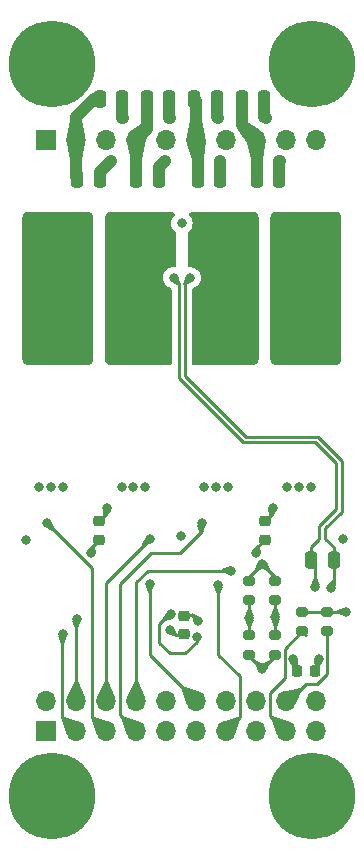
<source format=gbr>
%TF.GenerationSoftware,KiCad,Pcbnew,7.0.9*%
%TF.CreationDate,2024-02-15T22:31:25-05:00*%
%TF.ProjectId,pbm_driver4,70626d5f-6472-4697-9665-72342e6b6963,rev?*%
%TF.SameCoordinates,PX2625a0PY53ec60*%
%TF.FileFunction,Copper,L4,Bot*%
%TF.FilePolarity,Positive*%
%FSLAX46Y46*%
G04 Gerber Fmt 4.6, Leading zero omitted, Abs format (unit mm)*
G04 Created by KiCad (PCBNEW 7.0.9) date 2024-02-15 22:31:25*
%MOMM*%
%LPD*%
G01*
G04 APERTURE LIST*
G04 Aperture macros list*
%AMRoundRect*
0 Rectangle with rounded corners*
0 $1 Rounding radius*
0 $2 $3 $4 $5 $6 $7 $8 $9 X,Y pos of 4 corners*
0 Add a 4 corners polygon primitive as box body*
4,1,4,$2,$3,$4,$5,$6,$7,$8,$9,$2,$3,0*
0 Add four circle primitives for the rounded corners*
1,1,$1+$1,$2,$3*
1,1,$1+$1,$4,$5*
1,1,$1+$1,$6,$7*
1,1,$1+$1,$8,$9*
0 Add four rect primitives between the rounded corners*
20,1,$1+$1,$2,$3,$4,$5,0*
20,1,$1+$1,$4,$5,$6,$7,0*
20,1,$1+$1,$6,$7,$8,$9,0*
20,1,$1+$1,$8,$9,$2,$3,0*%
G04 Aperture macros list end*
%TA.AperFunction,ComponentPad*%
%ADD10R,1.700000X1.700000*%
%TD*%
%TA.AperFunction,ComponentPad*%
%ADD11O,1.700000X1.700000*%
%TD*%
%TA.AperFunction,SMDPad,CuDef*%
%ADD12RoundRect,0.200000X0.275000X-0.200000X0.275000X0.200000X-0.275000X0.200000X-0.275000X-0.200000X0*%
%TD*%
%TA.AperFunction,SMDPad,CuDef*%
%ADD13RoundRect,0.200000X-0.275000X0.200000X-0.275000X-0.200000X0.275000X-0.200000X0.275000X0.200000X0*%
%TD*%
%TA.AperFunction,SMDPad,CuDef*%
%ADD14RoundRect,0.250000X-0.250000X-0.475000X0.250000X-0.475000X0.250000X0.475000X-0.250000X0.475000X0*%
%TD*%
%TA.AperFunction,SMDPad,CuDef*%
%ADD15RoundRect,0.250000X0.250000X0.475000X-0.250000X0.475000X-0.250000X-0.475000X0.250000X-0.475000X0*%
%TD*%
%TA.AperFunction,SMDPad,CuDef*%
%ADD16RoundRect,0.225000X0.250000X-0.225000X0.250000X0.225000X-0.250000X0.225000X-0.250000X-0.225000X0*%
%TD*%
%TA.AperFunction,SMDPad,CuDef*%
%ADD17RoundRect,0.225000X-0.225000X-0.250000X0.225000X-0.250000X0.225000X0.250000X-0.225000X0.250000X0*%
%TD*%
%TA.AperFunction,ComponentPad*%
%ADD18C,7.330000*%
%TD*%
%TA.AperFunction,ViaPad*%
%ADD19C,0.800000*%
%TD*%
%TA.AperFunction,Conductor*%
%ADD20C,0.250000*%
%TD*%
%TA.AperFunction,Conductor*%
%ADD21C,1.000000*%
%TD*%
G04 APERTURE END LIST*
D10*
%TO.P,J1,1,Pin_1*%
%TO.N,GND*%
X3500000Y9500000D03*
D11*
%TO.P,J1,2,Pin_2*%
%TO.N,+12V*%
X3500000Y12040000D03*
%TO.P,J1,3,Pin_3*%
%TO.N,/DAC1*%
X6040000Y9500000D03*
%TO.P,J1,4,Pin_4*%
%TO.N,/DAC2*%
X6040000Y12040000D03*
%TO.P,J1,5,Pin_5*%
%TO.N,/SENSE1*%
X8580000Y9500000D03*
%TO.P,J1,6,Pin_6*%
%TO.N,/SENSE2*%
X8580000Y12040000D03*
%TO.P,J1,7,Pin_7*%
%TO.N,/SENSE3*%
X11120000Y9500000D03*
%TO.P,J1,8,Pin_8*%
%TO.N,/SENSE4*%
X11120000Y12040000D03*
%TO.P,J1,9,Pin_9*%
%TO.N,GND*%
X13660000Y9500000D03*
%TO.P,J1,10,Pin_10*%
X13660000Y12040000D03*
%TO.P,J1,11,Pin_11*%
%TO.N,/SEL1*%
X16200000Y9500000D03*
%TO.P,J1,12,Pin_12*%
%TO.N,/SEL2*%
X16200000Y12040000D03*
%TO.P,J1,13,Pin_13*%
%TO.N,/SEL3*%
X18740000Y9500000D03*
%TO.P,J1,14,Pin_14*%
%TO.N,/SEL4*%
X18740000Y12040000D03*
%TO.P,J1,15,Pin_15*%
%TO.N,GND*%
X21280000Y9500000D03*
%TO.P,J1,16,Pin_16*%
X21280000Y12040000D03*
%TO.P,J1,17,Pin_17*%
%TO.N,/I2C_SCL*%
X23820000Y9500000D03*
%TO.P,J1,18,Pin_18*%
%TO.N,/I2C_SDA*%
X23820000Y12040000D03*
%TO.P,J1,19,Pin_19*%
%TO.N,GND*%
X26360000Y9500000D03*
%TO.P,J1,20,Pin_20*%
%TO.N,+3.3V*%
X26360000Y12040000D03*
%TD*%
D10*
%TO.P,J2,1,Pin_1*%
%TO.N,GND*%
X3500000Y59600000D03*
D11*
%TO.P,J2,2,Pin_2*%
%TO.N,+12V*%
X6040000Y59600000D03*
%TO.P,J2,3,Pin_3*%
%TO.N,/LED1*%
X8580000Y59600000D03*
%TO.P,J2,4,Pin_4*%
%TO.N,+12V*%
X11120000Y59600000D03*
%TO.P,J2,5,Pin_5*%
%TO.N,/LED2*%
X13660000Y59600000D03*
%TO.P,J2,6,Pin_6*%
%TO.N,+12V*%
X16200000Y59600000D03*
%TO.P,J2,7,Pin_7*%
%TO.N,/LED3*%
X18740000Y59600000D03*
%TO.P,J2,8,Pin_8*%
%TO.N,+12V*%
X21280000Y59600000D03*
%TO.P,J2,9,Pin_9*%
%TO.N,/LED4*%
X23820000Y59600000D03*
%TO.P,J2,10,Pin_10*%
%TO.N,GND*%
X26360000Y59600000D03*
%TD*%
D12*
%TO.P,R10,1*%
%TO.N,+3.3V*%
X25200000Y19625000D03*
%TO.P,R10,2*%
%TO.N,/I2C_SCL*%
X25200000Y17975000D03*
%TD*%
%TO.P,R9,1*%
%TO.N,+3.3V*%
X27300000Y19625000D03*
%TO.P,R9,2*%
%TO.N,/I2C_SDA*%
X27300000Y17975000D03*
%TD*%
D13*
%TO.P,R8,1*%
%TO.N,/Sheet 5/A0*%
X20700000Y20575000D03*
%TO.P,R8,2*%
%TO.N,GND*%
X20700000Y22225000D03*
%TD*%
%TO.P,R7,1*%
%TO.N,+3.3V*%
X20700000Y15975000D03*
%TO.P,R7,2*%
%TO.N,/Sheet 5/A0*%
X20700000Y17625000D03*
%TD*%
%TO.P,R6,1*%
%TO.N,/Sheet 5/A1*%
X22900000Y20575000D03*
%TO.P,R6,2*%
%TO.N,GND*%
X22900000Y22225000D03*
%TD*%
%TO.P,R5,1*%
%TO.N,+3.3V*%
X22900000Y15975000D03*
%TO.P,R5,2*%
%TO.N,/Sheet 5/A1*%
X22900000Y17625000D03*
%TD*%
D14*
%TO.P,C13,1*%
%TO.N,/Sheet 5/DX_P*%
X27850000Y24000000D03*
%TO.P,C13,2*%
%TO.N,/Sheet 5/DX_N*%
X25950000Y24000000D03*
%TD*%
D15*
%TO.P,C12,1*%
%TO.N,+12V*%
X21350000Y56300000D03*
%TO.P,C12,2*%
%TO.N,GND*%
X23250000Y56300000D03*
%TD*%
%TO.P,C11,1*%
%TO.N,+12V*%
X20050000Y63000000D03*
%TO.P,C11,2*%
%TO.N,GND*%
X21950000Y63000000D03*
%TD*%
D16*
%TO.P,C10,1*%
%TO.N,+3.3V*%
X15200000Y19275000D03*
%TO.P,C10,2*%
%TO.N,GND*%
X15200000Y17725000D03*
%TD*%
D15*
%TO.P,C9,1*%
%TO.N,+12V*%
X16350000Y56300000D03*
%TO.P,C9,2*%
%TO.N,GND*%
X18250000Y56300000D03*
%TD*%
%TO.P,C8,1*%
%TO.N,+12V*%
X16050000Y63000000D03*
%TO.P,C8,2*%
%TO.N,GND*%
X17950000Y63000000D03*
%TD*%
%TO.P,C7,1*%
%TO.N,+12V*%
X11150000Y56300000D03*
%TO.P,C7,2*%
%TO.N,GND*%
X13050000Y56300000D03*
%TD*%
%TO.P,C6,1*%
%TO.N,+12V*%
X12050000Y63000000D03*
%TO.P,C6,2*%
%TO.N,GND*%
X13950000Y63000000D03*
%TD*%
%TO.P,C5,1*%
%TO.N,+12V*%
X6150000Y56300000D03*
%TO.P,C5,2*%
%TO.N,GND*%
X8050000Y56300000D03*
%TD*%
%TO.P,C4,1*%
%TO.N,+12V*%
X8050000Y63000000D03*
%TO.P,C4,2*%
%TO.N,GND*%
X9950000Y63000000D03*
%TD*%
D17*
%TO.P,C3,1*%
%TO.N,+3.3V*%
X26275000Y14600000D03*
%TO.P,C3,2*%
%TO.N,GND*%
X24725000Y14600000D03*
%TD*%
D16*
%TO.P,C2,1*%
%TO.N,+12V*%
X22000000Y27275000D03*
%TO.P,C2,2*%
%TO.N,GND*%
X22000000Y25725000D03*
%TD*%
%TO.P,C1,1*%
%TO.N,+12V*%
X8000000Y27275000D03*
%TO.P,C1,2*%
%TO.N,GND*%
X8000000Y25725000D03*
%TD*%
D18*
%TO.P,H4,1,1*%
%TO.N,GND*%
X26000000Y4000000D03*
%TD*%
%TO.P,H3,1,1*%
%TO.N,GND*%
X4000000Y4000000D03*
%TD*%
%TO.P,H2,1,1*%
%TO.N,GND*%
X26000000Y66000000D03*
%TD*%
%TO.P,H1,1,1*%
%TO.N,GND*%
X4000000Y66000000D03*
%TD*%
D19*
%TO.N,+12V*%
X8700000Y28400000D03*
X22700000Y28400000D03*
%TO.N,GND*%
X4900000Y30200000D03*
X10900000Y30200000D03*
X15000000Y52500000D03*
X14900000Y26000000D03*
X17900000Y30200000D03*
X11900000Y30200000D03*
X3900000Y30200000D03*
X18100000Y61400000D03*
X28600000Y25800000D03*
X21300000Y24600000D03*
X2900000Y30200000D03*
X1800000Y25700000D03*
X9000000Y57800000D03*
X18200000Y57800000D03*
X23300000Y57800000D03*
X13600000Y57800000D03*
X14000000Y18100000D03*
X24450500Y15600000D03*
X9900000Y30200000D03*
X24900000Y30200000D03*
X10000000Y61400000D03*
X25900000Y30200000D03*
X18900000Y30200000D03*
X7300000Y24600000D03*
X16900000Y30200000D03*
X14000000Y61400000D03*
X23900000Y30200000D03*
X22100000Y61400000D03*
X21800000Y23700000D03*
%TO.N,+3.3V*%
X16400000Y18800000D03*
X28900000Y19600000D03*
X21800000Y14800000D03*
X26600000Y15600000D03*
%TO.N,/LED1*%
X6000000Y46300000D03*
X4400000Y46300000D03*
X2800000Y46300000D03*
%TO.N,/LED2*%
X11500000Y46300000D03*
X13100000Y46300000D03*
X9900000Y46300000D03*
%TO.N,/LED3*%
X18700000Y46300000D03*
X17100000Y46300000D03*
X20300000Y46300000D03*
%TO.N,/LED4*%
X25500000Y46300000D03*
X23900000Y46300000D03*
X27100000Y46300000D03*
%TO.N,/SENSE1*%
X3565000Y27135000D03*
%TO.N,/SENSE2*%
X12300000Y25800000D03*
%TO.N,/SENSE3*%
X16665000Y27135000D03*
%TO.N,/SENSE4*%
X19200000Y23100000D03*
%TO.N,/DAC1*%
X4900000Y17700000D03*
%TO.N,/SEL3*%
X18100000Y21900000D03*
%TO.N,/SEL2*%
X12300000Y22000000D03*
%TO.N,/DAC2*%
X14100000Y19400000D03*
X16300000Y17500000D03*
X6100000Y19000000D03*
%TO.N,/Sheet 5/A1*%
X22900000Y19162299D03*
%TO.N,/Sheet 5/A0*%
X20700000Y19100000D03*
%TO.N,/Sheet 5/DX_N*%
X26300000Y21700000D03*
X14300000Y47900000D03*
%TO.N,/Sheet 5/DX_P*%
X27600000Y21600000D03*
X15700000Y47900000D03*
%TD*%
D20*
%TO.N,/I2C_SCL*%
X22500000Y10820000D02*
X23820000Y9500000D01*
X23725500Y14000000D02*
X22500000Y12774500D01*
X23725500Y16500500D02*
X23725500Y14000000D01*
X25200000Y17975000D02*
X23725500Y16500500D01*
X22500000Y12774500D02*
X22500000Y10820000D01*
%TO.N,GND*%
X24637500Y15413000D02*
X24637500Y14600000D01*
X24450500Y15600000D02*
X24637500Y15413000D01*
D21*
X8050000Y56850000D02*
X8050000Y56300000D01*
X9000000Y57800000D02*
X8050000Y56850000D01*
D20*
%TO.N,/DAC1*%
X4865000Y17665000D02*
X4865000Y10675000D01*
X4900000Y17700000D02*
X4865000Y17665000D01*
%TO.N,/I2C_SDA*%
X24053472Y12040000D02*
X23820000Y12040000D01*
X26434052Y13500000D02*
X25513472Y13500000D01*
X27325000Y14390948D02*
X26434052Y13500000D01*
X27300000Y17975000D02*
X27325000Y17950000D01*
X27325000Y17950000D02*
X27325000Y14390948D01*
X25513472Y13500000D02*
X24053472Y12040000D01*
%TO.N,/SEL3*%
X19915000Y10675000D02*
X18740000Y9500000D01*
X19915000Y14185000D02*
X19915000Y10675000D01*
%TO.N,/SEL2*%
X15370000Y12870000D02*
X16200000Y12040000D01*
X12300000Y15940000D02*
X15370000Y12870000D01*
%TO.N,/SENSE4*%
X11120000Y13000000D02*
X11120000Y12040000D01*
X11120000Y22120000D02*
X11120000Y13000000D01*
%TO.N,/SENSE3*%
X9755000Y21955000D02*
X9755000Y10865000D01*
X9755000Y10865000D02*
X11120000Y9500000D01*
%TO.N,/SENSE2*%
X8580000Y13000000D02*
X8580000Y22080000D01*
X8580000Y12040000D02*
X8580000Y13000000D01*
%TO.N,/SENSE1*%
X7405000Y10675000D02*
X8580000Y9500000D01*
X7405000Y23295000D02*
X7405000Y10675000D01*
X7405000Y23295000D02*
X3565000Y27135000D01*
%TO.N,/DAC2*%
X6040000Y13500000D02*
X6040000Y12040000D01*
X6040000Y18940000D02*
X6040000Y13500000D01*
%TO.N,/DAC1*%
X4865000Y10675000D02*
X6040000Y9500000D01*
%TO.N,/Sheet 5/DX_N*%
X25950000Y25087501D02*
X25950000Y24000000D01*
X26650000Y25787501D02*
X25950000Y25087501D01*
X28050000Y28303554D02*
X26650000Y26903554D01*
X14750000Y39396446D02*
X20196446Y33950000D01*
X14750000Y47450000D02*
X14750000Y39396446D01*
X28050000Y32196446D02*
X28050000Y28303554D01*
X14300000Y47900000D02*
X14750000Y47450000D01*
X20196446Y33950000D02*
X26296446Y33950000D01*
X26296446Y33950000D02*
X28050000Y32196446D01*
X26650000Y26903554D02*
X26650000Y25787501D01*
%TO.N,/Sheet 5/DX_P*%
X27850000Y25087501D02*
X27850000Y24000000D01*
X27150000Y25787501D02*
X27850000Y25087501D01*
X28550000Y28096446D02*
X27150000Y26696446D01*
X28550000Y32403554D02*
X28550000Y28096446D01*
X27150000Y26696446D02*
X27150000Y25787501D01*
X15250000Y39603554D02*
X20403554Y34450000D01*
X26503554Y34450000D02*
X28550000Y32403554D01*
X15250000Y47450000D02*
X15250000Y39603554D01*
X20403554Y34450000D02*
X26503554Y34450000D01*
X15700000Y47900000D02*
X15250000Y47450000D01*
D21*
%TO.N,GND*%
X23250000Y57750000D02*
X23300000Y57800000D01*
X23250000Y56300000D02*
X23250000Y57750000D01*
%TO.N,+12V*%
X21350000Y59530000D02*
X21280000Y59600000D01*
X21350000Y56300000D02*
X21350000Y59530000D01*
%TO.N,GND*%
X18250000Y57750000D02*
X18200000Y57800000D01*
X18250000Y56300000D02*
X18250000Y57750000D01*
%TO.N,+12V*%
X16350000Y59450000D02*
X16200000Y59600000D01*
X16350000Y56300000D02*
X16350000Y59450000D01*
X11150000Y59570000D02*
X11120000Y59600000D01*
X11150000Y56300000D02*
X11150000Y59570000D01*
%TO.N,GND*%
X13050000Y57250000D02*
X13600000Y57800000D01*
X13050000Y56300000D02*
X13050000Y57250000D01*
%TO.N,+12V*%
X6040000Y59600000D02*
X6040000Y56410000D01*
X6040000Y56410000D02*
X6150000Y56300000D01*
X12050000Y60530000D02*
X12050000Y63000000D01*
X11120000Y59600000D02*
X12050000Y60530000D01*
X16200000Y59600000D02*
X16200000Y62850000D01*
X16200000Y62850000D02*
X16050000Y63000000D01*
X20050000Y60830000D02*
X20050000Y63000000D01*
X21280000Y59600000D02*
X20050000Y60830000D01*
%TO.N,GND*%
X21950000Y61550000D02*
X22100000Y61400000D01*
X21950000Y63000000D02*
X21950000Y61550000D01*
X17950000Y61550000D02*
X18100000Y61400000D01*
X17950000Y63000000D02*
X17950000Y61550000D01*
X13950000Y61450000D02*
X14000000Y61400000D01*
X13950000Y63000000D02*
X13950000Y61450000D01*
X9950000Y63000000D02*
X9950000Y61450000D01*
X9950000Y61450000D02*
X10000000Y61400000D01*
%TO.N,+12V*%
X6040000Y61490000D02*
X7550000Y63000000D01*
X6040000Y59600000D02*
X6040000Y61490000D01*
D20*
X22700000Y28400000D02*
X22700000Y27975000D01*
X22700000Y27975000D02*
X22000000Y27275000D01*
X8700000Y28400000D02*
X8700000Y27975000D01*
X8700000Y27975000D02*
X8000000Y27275000D01*
%TO.N,GND*%
X7300000Y25025000D02*
X8000000Y25725000D01*
X20700000Y22225000D02*
X20700000Y22600000D01*
X20700000Y22600000D02*
X21800000Y23700000D01*
X21300000Y24600000D02*
X21300000Y25025000D01*
X21300000Y25025000D02*
X22000000Y25725000D01*
X22900000Y22600000D02*
X21800000Y23700000D01*
X14000000Y18100000D02*
X14462500Y17637500D01*
X22900000Y22225000D02*
X22900000Y22600000D01*
X7300000Y24600000D02*
X7300000Y25025000D01*
X14462500Y17637500D02*
X15200000Y17637500D01*
%TO.N,+3.3V*%
X26362500Y15362500D02*
X26600000Y15600000D01*
X21800000Y14800000D02*
X20700000Y15900000D01*
X16400000Y18800000D02*
X15837500Y19362500D01*
X15837500Y19362500D02*
X15200000Y19362500D01*
X28875000Y19625000D02*
X28900000Y19600000D01*
X25200000Y19625000D02*
X27300000Y19625000D01*
X21800000Y14800000D02*
X22900000Y15900000D01*
X26362500Y14600000D02*
X26362500Y15362500D01*
X27300000Y19625000D02*
X28875000Y19625000D01*
%TO.N,/I2C_SCL*%
X25200000Y17975000D02*
X25500000Y17675000D01*
%TO.N,/SENSE2*%
X8580000Y22080000D02*
X12300000Y25800000D01*
%TO.N,/SENSE3*%
X12400000Y24600000D02*
X14800000Y24600000D01*
X16665000Y26465000D02*
X16665000Y27135000D01*
X14800000Y24600000D02*
X16665000Y26465000D01*
X9755000Y21955000D02*
X12400000Y24600000D01*
%TO.N,/SENSE4*%
X19200000Y23100000D02*
X12100000Y23100000D01*
X12100000Y23100000D02*
X11120000Y22120000D01*
%TO.N,/SEL3*%
X18100000Y21900000D02*
X18100000Y16000000D01*
X18100000Y16000000D02*
X19915000Y14185000D01*
%TO.N,/SEL2*%
X12300000Y22000000D02*
X12300000Y15940000D01*
%TO.N,/DAC2*%
X6100000Y19000000D02*
X6040000Y18940000D01*
X16300000Y17100000D02*
X16300000Y17500000D01*
X14100000Y19400000D02*
X13897924Y19400000D01*
X15300000Y16100000D02*
X16300000Y17100000D01*
X13100000Y17000000D02*
X14000000Y16100000D01*
X14000000Y16100000D02*
X15300000Y16100000D01*
X13897924Y19400000D02*
X13100000Y18602076D01*
X13100000Y18602076D02*
X13100000Y17000000D01*
%TO.N,/Sheet 5/A1*%
X22900000Y20575000D02*
X22900000Y19162299D01*
X22900000Y17625000D02*
X22900000Y19162299D01*
%TO.N,/Sheet 5/A0*%
X20700000Y20575000D02*
X20700000Y19100000D01*
X20700000Y17625000D02*
X20700000Y19100000D01*
%TO.N,/Sheet 5/DX_N*%
X25750305Y24199695D02*
X25950000Y24000000D01*
X26300000Y21700000D02*
X26300000Y23650000D01*
%TO.N,/Sheet 5/DX_P*%
X27600000Y21600000D02*
X27850000Y21850000D01*
X27850000Y21850000D02*
X27850000Y24000000D01*
%TD*%
%TA.AperFunction,Conductor*%
%TO.N,/LED2*%
G36*
X14004031Y53499469D02*
G01*
X14024783Y53496737D01*
X14113224Y53485093D01*
X14144491Y53476715D01*
X14234918Y53439259D01*
X14262951Y53423074D01*
X14340601Y53363491D01*
X14363491Y53340601D01*
X14384286Y53313500D01*
X14409480Y53248330D01*
X14395441Y53179886D01*
X14378060Y53155042D01*
X14267467Y53032216D01*
X14267466Y53032214D01*
X14172821Y52868284D01*
X14172818Y52868277D01*
X14116292Y52694309D01*
X14114326Y52688256D01*
X14094540Y52500000D01*
X14114326Y52311744D01*
X14114326Y52311741D01*
X14114327Y52311740D01*
X14172818Y52131722D01*
X14172821Y52131715D01*
X14267466Y51967785D01*
X14394123Y51827116D01*
X14394128Y51827112D01*
X14448887Y51787327D01*
X14491552Y51731997D01*
X14500000Y51687010D01*
X14500000Y48924500D01*
X14480315Y48857461D01*
X14427511Y48811706D01*
X14376000Y48800500D01*
X14205354Y48800500D01*
X14020197Y48761144D01*
X14020192Y48761142D01*
X13847270Y48684151D01*
X13847265Y48684148D01*
X13694129Y48572888D01*
X13567467Y48432216D01*
X13567466Y48432214D01*
X13472821Y48268284D01*
X13472818Y48268277D01*
X13443766Y48178863D01*
X13414326Y48088256D01*
X13394540Y47900000D01*
X13414326Y47711744D01*
X13414326Y47711741D01*
X13414327Y47711740D01*
X13472818Y47531722D01*
X13472821Y47531715D01*
X13567466Y47367785D01*
X13694129Y47227111D01*
X13847266Y47115850D01*
X13895751Y47094263D01*
X13916831Y47082282D01*
X13926705Y47075310D01*
X13926706Y47075309D01*
X14056880Y47008857D01*
X14107639Y46960844D01*
X14124500Y46898416D01*
X14124500Y40625135D01*
X14104815Y40558096D01*
X14052011Y40512341D01*
X14016678Y40502195D01*
X14004023Y40500529D01*
X13995931Y40500000D01*
X9004067Y40500000D01*
X8995967Y40500530D01*
X8886775Y40514906D01*
X8855508Y40523284D01*
X8765079Y40560740D01*
X8737050Y40576923D01*
X8659392Y40636513D01*
X8636513Y40659392D01*
X8576923Y40737050D01*
X8560740Y40765081D01*
X8523284Y40855508D01*
X8514906Y40886776D01*
X8500531Y40995964D01*
X8500000Y41004066D01*
X8500000Y52995933D01*
X8500531Y53004035D01*
X8514906Y53113223D01*
X8523284Y53144491D01*
X8560740Y53234918D01*
X8576925Y53262951D01*
X8636508Y53340601D01*
X8659398Y53363491D01*
X8737048Y53423074D01*
X8765081Y53439259D01*
X8855508Y53476715D01*
X8886775Y53485093D01*
X8972457Y53496374D01*
X8995968Y53499469D01*
X9004066Y53500000D01*
X13995934Y53500000D01*
X14004031Y53499469D01*
G37*
%TD.AperFunction*%
%TD*%
%TA.AperFunction,Conductor*%
%TO.N,/LED4*%
G36*
X28004031Y53499469D02*
G01*
X28024783Y53496737D01*
X28113224Y53485093D01*
X28144491Y53476715D01*
X28234918Y53439259D01*
X28262951Y53423074D01*
X28340601Y53363491D01*
X28363491Y53340601D01*
X28423074Y53262951D01*
X28439259Y53234918D01*
X28476715Y53144491D01*
X28485093Y53113224D01*
X28499469Y53004035D01*
X28500000Y52995934D01*
X28500000Y41004065D01*
X28499469Y40995964D01*
X28485093Y40886775D01*
X28476715Y40855508D01*
X28439259Y40765081D01*
X28423074Y40737048D01*
X28363491Y40659398D01*
X28340602Y40636509D01*
X28288526Y40596549D01*
X28262951Y40576925D01*
X28234918Y40560740D01*
X28144491Y40523284D01*
X28113223Y40514906D01*
X28004031Y40500530D01*
X27995933Y40500000D01*
X23004067Y40500000D01*
X22995967Y40500530D01*
X22886775Y40514906D01*
X22855508Y40523284D01*
X22765079Y40560740D01*
X22737050Y40576923D01*
X22659392Y40636513D01*
X22636513Y40659392D01*
X22576923Y40737050D01*
X22560740Y40765081D01*
X22523284Y40855508D01*
X22514906Y40886776D01*
X22500531Y40995964D01*
X22500000Y41004066D01*
X22500000Y52995933D01*
X22500531Y53004035D01*
X22514906Y53113223D01*
X22523284Y53144491D01*
X22560740Y53234918D01*
X22576925Y53262951D01*
X22636508Y53340601D01*
X22659398Y53363491D01*
X22737048Y53423074D01*
X22765081Y53439259D01*
X22855508Y53476715D01*
X22886775Y53485093D01*
X22972457Y53496374D01*
X22995968Y53499469D01*
X23004066Y53500000D01*
X27995934Y53500000D01*
X28004031Y53499469D01*
G37*
%TD.AperFunction*%
%TD*%
%TA.AperFunction,Conductor*%
%TO.N,/LED3*%
G36*
X21004031Y53499469D02*
G01*
X21024783Y53496737D01*
X21113224Y53485093D01*
X21144491Y53476715D01*
X21234918Y53439259D01*
X21262951Y53423074D01*
X21340601Y53363491D01*
X21363491Y53340601D01*
X21423074Y53262951D01*
X21439259Y53234918D01*
X21476715Y53144491D01*
X21485093Y53113224D01*
X21499469Y53004035D01*
X21500000Y52995934D01*
X21500000Y41004065D01*
X21499469Y40995964D01*
X21485093Y40886775D01*
X21476715Y40855508D01*
X21439259Y40765081D01*
X21423074Y40737048D01*
X21363491Y40659398D01*
X21340602Y40636509D01*
X21325779Y40625135D01*
X21262951Y40576925D01*
X21234918Y40560740D01*
X21144491Y40523284D01*
X21113223Y40514906D01*
X21004031Y40500530D01*
X20995933Y40500000D01*
X16004069Y40500000D01*
X15995976Y40500529D01*
X15983322Y40502195D01*
X15919425Y40530457D01*
X15880950Y40588778D01*
X15875500Y40625135D01*
X15875500Y46898415D01*
X15895185Y46965454D01*
X15943120Y47008856D01*
X16073295Y47075311D01*
X16107713Y47094361D01*
X16107734Y47094322D01*
X16121399Y47101899D01*
X16152732Y47115849D01*
X16305870Y47227111D01*
X16305871Y47227112D01*
X16432533Y47367784D01*
X16527179Y47531716D01*
X16585674Y47711744D01*
X16605460Y47900000D01*
X16585674Y48088256D01*
X16527179Y48268284D01*
X16432533Y48432216D01*
X16305871Y48572888D01*
X16152730Y48684151D01*
X15979803Y48761144D01*
X15794646Y48800500D01*
X15624000Y48800500D01*
X15556961Y48820185D01*
X15511206Y48872989D01*
X15500000Y48924500D01*
X15500000Y51687010D01*
X15519685Y51754049D01*
X15551113Y51787327D01*
X15605871Y51827112D01*
X15605876Y51827116D01*
X15682922Y51912686D01*
X15732533Y51967784D01*
X15827179Y52131716D01*
X15885674Y52311744D01*
X15905460Y52500000D01*
X15885674Y52688256D01*
X15827179Y52868284D01*
X15732533Y53032216D01*
X15621937Y53155044D01*
X15591709Y53218033D01*
X15600334Y53287368D01*
X15615713Y53313500D01*
X15636508Y53340601D01*
X15659398Y53363491D01*
X15737048Y53423074D01*
X15765081Y53439259D01*
X15855508Y53476715D01*
X15886775Y53485093D01*
X15972457Y53496374D01*
X15995968Y53499469D01*
X16004066Y53500000D01*
X20995934Y53500000D01*
X21004031Y53499469D01*
G37*
%TD.AperFunction*%
%TD*%
%TA.AperFunction,Conductor*%
%TO.N,/LED1*%
G36*
X7004031Y53499469D02*
G01*
X7024783Y53496737D01*
X7113224Y53485093D01*
X7144491Y53476715D01*
X7234918Y53439259D01*
X7262951Y53423074D01*
X7340601Y53363491D01*
X7363491Y53340601D01*
X7423074Y53262951D01*
X7439259Y53234918D01*
X7476715Y53144491D01*
X7485093Y53113224D01*
X7499469Y53004035D01*
X7500000Y52995934D01*
X7500000Y41004065D01*
X7499469Y40995964D01*
X7485093Y40886775D01*
X7476715Y40855508D01*
X7439259Y40765081D01*
X7423074Y40737048D01*
X7363491Y40659398D01*
X7340602Y40636509D01*
X7288526Y40596549D01*
X7262951Y40576925D01*
X7234918Y40560740D01*
X7144491Y40523284D01*
X7113223Y40514906D01*
X7004031Y40500530D01*
X6995933Y40500000D01*
X2004067Y40500000D01*
X1995967Y40500530D01*
X1886775Y40514906D01*
X1855508Y40523284D01*
X1765079Y40560740D01*
X1737050Y40576923D01*
X1659392Y40636513D01*
X1636513Y40659392D01*
X1576923Y40737050D01*
X1560740Y40765081D01*
X1523284Y40855508D01*
X1514906Y40886776D01*
X1500531Y40995964D01*
X1500000Y41004066D01*
X1500000Y52995933D01*
X1500531Y53004035D01*
X1514906Y53113223D01*
X1523284Y53144491D01*
X1560740Y53234918D01*
X1576925Y53262951D01*
X1636508Y53340601D01*
X1659398Y53363491D01*
X1737048Y53423074D01*
X1765081Y53439259D01*
X1855508Y53476715D01*
X1886775Y53485093D01*
X1972457Y53496374D01*
X1995968Y53499469D01*
X2004066Y53500000D01*
X6995934Y53500000D01*
X7004031Y53499469D01*
G37*
%TD.AperFunction*%
%TD*%
%TA.AperFunction,Conductor*%
%TO.N,/I2C_SCL*%
G36*
X22713251Y10788031D02*
G01*
X24133629Y10289388D01*
X24140300Y10283415D01*
X24140792Y10274473D01*
X24140567Y10273883D01*
X23822562Y9503785D01*
X23816238Y9497447D01*
X23046115Y9179432D01*
X23037161Y9179441D01*
X23030836Y9185780D01*
X23030620Y9186345D01*
X22531968Y10606748D01*
X22532460Y10615690D01*
X22534734Y10618897D01*
X22701102Y10785265D01*
X22709375Y10788692D01*
X22713251Y10788031D01*
G37*
%TD.AperFunction*%
%TD*%
%TA.AperFunction,Conductor*%
%TO.N,GND*%
G36*
X24837373Y15600032D02*
G01*
X24845638Y15596584D01*
X24849044Y15588303D01*
X24848964Y15586963D01*
X24763717Y14863448D01*
X24759345Y14855633D01*
X24752097Y14853117D01*
X24518383Y14853117D01*
X24510110Y14856544D01*
X24508992Y14857838D01*
X24397346Y15008074D01*
X24173671Y15309063D01*
X24171488Y15317747D01*
X24174775Y15324300D01*
X24437848Y15588303D01*
X24447058Y15597546D01*
X24455325Y15600987D01*
X24455375Y15600987D01*
X24837373Y15600032D01*
G37*
%TD.AperFunction*%
%TD*%
%TA.AperFunction,Conductor*%
%TO.N,/DAC1*%
G36*
X4904502Y17699123D02*
G01*
X5258569Y17551505D01*
X5264887Y17545158D01*
X5264866Y17536204D01*
X5264789Y17536023D01*
X4993065Y16913979D01*
X4986613Y16907769D01*
X4982343Y16906962D01*
X4748480Y16906962D01*
X4740207Y16910389D01*
X4737361Y16915021D01*
X4534018Y17536023D01*
X4533813Y17536649D01*
X4534495Y17545577D01*
X4540430Y17551088D01*
X4895498Y17699123D01*
X4904452Y17699144D01*
X4904502Y17699123D01*
G37*
%TD.AperFunction*%
%TD*%
%TA.AperFunction,Conductor*%
%TO.N,/I2C_SDA*%
G36*
X25029689Y13187583D02*
G01*
X25031832Y13185890D01*
X25198220Y13019502D01*
X25201647Y13011229D01*
X25200573Y13006332D01*
X25111299Y12812628D01*
X24754032Y12037437D01*
X24610002Y11724925D01*
X24603427Y11718846D01*
X24594911Y11719007D01*
X23823783Y12037438D01*
X23817448Y12043759D01*
X23499950Y12812630D01*
X23499959Y12821583D01*
X23506298Y12827908D01*
X23508052Y12828475D01*
X24625253Y13094721D01*
X25020847Y13188997D01*
X25029689Y13187583D01*
G37*
%TD.AperFunction*%
%TD*%
%TA.AperFunction,Conductor*%
%TO.N,/SEL3*%
G36*
X20032021Y10709873D02*
G01*
X20035448Y10701600D01*
X20034844Y10697888D01*
X19529274Y9186605D01*
X19523399Y9179847D01*
X19514466Y9179221D01*
X19513720Y9179499D01*
X18744486Y9497147D01*
X18738151Y9503468D01*
X18419616Y10273460D01*
X18419620Y10282414D01*
X18425954Y10288743D01*
X18426950Y10289104D01*
X19788303Y10712772D01*
X19791780Y10713300D01*
X20023748Y10713300D01*
X20032021Y10709873D01*
G37*
%TD.AperFunction*%
%TD*%
%TA.AperFunction,Conductor*%
%TO.N,/SEL2*%
G36*
X15093250Y13328031D02*
G01*
X16513629Y12829388D01*
X16520300Y12823415D01*
X16520792Y12814473D01*
X16520567Y12813883D01*
X16202562Y12043785D01*
X16196238Y12037447D01*
X15426115Y11719432D01*
X15417161Y11719441D01*
X15410836Y11725780D01*
X15410620Y11726345D01*
X14911968Y13146749D01*
X14912460Y13155691D01*
X14914734Y13158898D01*
X15081101Y13325265D01*
X15089374Y13328692D01*
X15093250Y13328031D01*
G37*
%TD.AperFunction*%
%TD*%
%TA.AperFunction,Conductor*%
%TO.N,/SENSE4*%
G36*
X11245912Y13736573D02*
G01*
X11248186Y13733366D01*
X11899950Y12376413D01*
X11900442Y12367471D01*
X11894469Y12360800D01*
X11893892Y12360542D01*
X11124489Y12040865D01*
X11115534Y12040856D01*
X11115511Y12040865D01*
X10346106Y12360542D01*
X10339782Y12366881D01*
X10339791Y12375836D01*
X10340049Y12376413D01*
X10991814Y13733366D01*
X10998485Y13739339D01*
X11002361Y13740000D01*
X11237639Y13740000D01*
X11245912Y13736573D01*
G37*
%TD.AperFunction*%
%TD*%
%TA.AperFunction,Conductor*%
%TO.N,/SENSE3*%
G36*
X10013251Y10788031D02*
G01*
X11433629Y10289388D01*
X11440300Y10283415D01*
X11440792Y10274473D01*
X11440567Y10273883D01*
X11122562Y9503785D01*
X11116238Y9497447D01*
X10346115Y9179432D01*
X10337161Y9179441D01*
X10330836Y9185780D01*
X10330620Y9186345D01*
X9831968Y10606748D01*
X9832460Y10615690D01*
X9834734Y10618897D01*
X10001102Y10785265D01*
X10009375Y10788692D01*
X10013251Y10788031D01*
G37*
%TD.AperFunction*%
%TD*%
%TA.AperFunction,Conductor*%
%TO.N,/SENSE2*%
G36*
X8705912Y13736573D02*
G01*
X8708186Y13733366D01*
X9359950Y12376413D01*
X9360442Y12367471D01*
X9354469Y12360800D01*
X9353892Y12360542D01*
X8584489Y12040865D01*
X8575534Y12040856D01*
X8575511Y12040865D01*
X7806106Y12360542D01*
X7799782Y12366881D01*
X7799791Y12375836D01*
X7800049Y12376413D01*
X8451814Y13733366D01*
X8458485Y13739339D01*
X8462361Y13740000D01*
X8697639Y13740000D01*
X8705912Y13736573D01*
G37*
%TD.AperFunction*%
%TD*%
%TA.AperFunction,Conductor*%
%TO.N,/SENSE1*%
G36*
X7531697Y10712772D02*
G01*
X8893049Y10289104D01*
X8899930Y10283373D01*
X8900744Y10274455D01*
X8900383Y10273459D01*
X8581856Y9503487D01*
X8575527Y9497153D01*
X7806287Y9179503D01*
X7797332Y9179512D01*
X7791007Y9185851D01*
X7790732Y9186585D01*
X7285156Y10697888D01*
X7285782Y10706821D01*
X7292540Y10712696D01*
X7296252Y10713300D01*
X7528220Y10713300D01*
X7531697Y10712772D01*
G37*
%TD.AperFunction*%
%TD*%
%TA.AperFunction,Conductor*%
%TO.N,/SENSE1*%
G36*
X3933044Y27283746D02*
G01*
X3939206Y27277760D01*
X4215747Y26665071D01*
X4216027Y26656121D01*
X4213356Y26651985D01*
X4048014Y26486643D01*
X4039741Y26483216D01*
X4034928Y26484252D01*
X4029631Y26486643D01*
X3422238Y26760794D01*
X3416108Y26767320D01*
X3416232Y26775909D01*
X3562436Y27131195D01*
X3568754Y27137542D01*
X3568804Y27137563D01*
X3924090Y27283767D01*
X3933044Y27283746D01*
G37*
%TD.AperFunction*%
%TD*%
%TA.AperFunction,Conductor*%
%TO.N,/DAC2*%
G36*
X6165912Y13736573D02*
G01*
X6168186Y13733366D01*
X6819950Y12376413D01*
X6820442Y12367471D01*
X6814469Y12360800D01*
X6813892Y12360542D01*
X6044489Y12040865D01*
X6035534Y12040856D01*
X6035511Y12040865D01*
X5266106Y12360542D01*
X5259782Y12366881D01*
X5259791Y12375836D01*
X5260049Y12376413D01*
X5911814Y13733366D01*
X5918485Y13739339D01*
X5922361Y13740000D01*
X6157639Y13740000D01*
X6165912Y13736573D01*
G37*
%TD.AperFunction*%
%TD*%
%TA.AperFunction,Conductor*%
%TO.N,/DAC2*%
G36*
X6104502Y18999123D02*
G01*
X6458173Y18851670D01*
X6464491Y18845323D01*
X6464470Y18836369D01*
X6464220Y18835811D01*
X6168185Y18218575D01*
X6161518Y18212598D01*
X6157636Y18211935D01*
X5923783Y18211935D01*
X5915510Y18215362D01*
X5912548Y18220370D01*
X5733678Y18835811D01*
X5733366Y18836886D01*
X5734348Y18845786D01*
X5740099Y18850950D01*
X6095498Y18999123D01*
X6104452Y18999144D01*
X6104502Y18999123D01*
G37*
%TD.AperFunction*%
%TD*%
%TA.AperFunction,Conductor*%
%TO.N,/DAC1*%
G36*
X4991697Y10712772D02*
G01*
X6353049Y10289104D01*
X6359930Y10283373D01*
X6360744Y10274455D01*
X6360383Y10273459D01*
X6041856Y9503487D01*
X6035527Y9497153D01*
X5266287Y9179503D01*
X5257332Y9179512D01*
X5251007Y9185851D01*
X5250732Y9186585D01*
X4745156Y10697888D01*
X4745782Y10706821D01*
X4752540Y10712696D01*
X4756252Y10713300D01*
X4988220Y10713300D01*
X4991697Y10712772D01*
G37*
%TD.AperFunction*%
%TD*%
%TA.AperFunction,Conductor*%
%TO.N,/Sheet 5/DX_N*%
G36*
X14666198Y48047987D02*
G01*
X14672516Y48041640D01*
X14672997Y48040216D01*
X14871053Y47301123D01*
X14869885Y47292245D01*
X14862780Y47286794D01*
X14859752Y47286395D01*
X14627815Y47286395D01*
X14622495Y47287674D01*
X14546293Y47326574D01*
X14156541Y47525539D01*
X14150733Y47532352D01*
X14151049Y47540426D01*
X14298141Y47896500D01*
X14304467Y47902838D01*
X14304503Y47902853D01*
X14657244Y48048008D01*
X14666198Y48047987D01*
G37*
%TD.AperFunction*%
%TD*%
%TA.AperFunction,Conductor*%
%TO.N,/Sheet 5/DX_P*%
G36*
X15342755Y48048008D02*
G01*
X15695496Y47902853D01*
X15701843Y47896535D01*
X15701858Y47896500D01*
X15848950Y47540426D01*
X15848941Y47531471D01*
X15843457Y47525539D01*
X15502220Y47351340D01*
X15377505Y47287674D01*
X15372185Y47286395D01*
X15140248Y47286395D01*
X15131975Y47289822D01*
X15128548Y47298095D01*
X15128947Y47301123D01*
X15193073Y47540426D01*
X15327003Y48040217D01*
X15332453Y48047321D01*
X15341331Y48048489D01*
X15342755Y48048008D01*
G37*
%TD.AperFunction*%
%TD*%
%TA.AperFunction,Conductor*%
%TO.N,+12V*%
G36*
X22116213Y59600016D02*
G01*
X22124482Y59596579D01*
X22127899Y59588302D01*
X22127741Y59586399D01*
X21851625Y57923707D01*
X21846889Y57916107D01*
X21840083Y57913924D01*
X20859037Y57913924D01*
X20850764Y57917351D01*
X20847717Y57922668D01*
X20838532Y57957842D01*
X20497274Y59264867D01*
X20498499Y59273736D01*
X20504105Y59278626D01*
X21277839Y59600102D01*
X21282342Y59600997D01*
X22116213Y59600016D01*
G37*
%TD.AperFunction*%
%TD*%
%TA.AperFunction,Conductor*%
%TO.N,+12V*%
G36*
X17036831Y59600015D02*
G01*
X17045100Y59596578D01*
X17048517Y59588301D01*
X17048434Y59586924D01*
X16851234Y57940146D01*
X16846848Y57932339D01*
X16839617Y57929837D01*
X15858510Y57929837D01*
X15850237Y57933264D01*
X15847379Y57937934D01*
X15418025Y59264451D01*
X15418737Y59273377D01*
X15424667Y59278859D01*
X16197839Y59600102D01*
X16202342Y59600997D01*
X17036831Y59600015D01*
G37*
%TD.AperFunction*%
%TD*%
%TA.AperFunction,Conductor*%
%TO.N,+12V*%
G36*
X11955899Y59600016D02*
G01*
X11964168Y59596579D01*
X11967585Y59588302D01*
X11967382Y59586144D01*
X11651800Y57915495D01*
X11646897Y57908002D01*
X11640303Y57905967D01*
X10659311Y57905967D01*
X10651038Y57909394D01*
X10647910Y57915041D01*
X10584797Y58189018D01*
X10336921Y59265084D01*
X10338403Y59273913D01*
X10343833Y59278513D01*
X11117839Y59600102D01*
X11122342Y59600997D01*
X11955899Y59600016D01*
G37*
%TD.AperFunction*%
%TD*%
%TA.AperFunction,Conductor*%
%TO.N,+12V*%
G36*
X6044489Y59599134D02*
G01*
X6816365Y59278430D01*
X6822690Y59272091D01*
X6823332Y59265248D01*
X6541935Y57909323D01*
X6536898Y57901918D01*
X6530479Y57900000D01*
X5549521Y57900000D01*
X5541248Y57903427D01*
X5538065Y57909323D01*
X5256667Y59265249D01*
X5258341Y59274044D01*
X5263634Y59278430D01*
X6035511Y59599134D01*
X6044466Y59599143D01*
X6044489Y59599134D01*
G37*
%TD.AperFunction*%
%TD*%
%TA.AperFunction,Conductor*%
%TO.N,+12V*%
G36*
X12541102Y60911355D02*
G01*
X12544529Y60903082D01*
X12543718Y60898802D01*
X11909652Y59285795D01*
X11903436Y59279349D01*
X11894483Y59279186D01*
X11894374Y59279229D01*
X11122158Y59598108D01*
X11118349Y59600653D01*
X10528854Y60191128D01*
X10525435Y60199404D01*
X10528869Y60207674D01*
X10530476Y60209014D01*
X11533099Y60903082D01*
X11546995Y60912702D01*
X11553654Y60914782D01*
X12532829Y60914782D01*
X12541102Y60911355D01*
G37*
%TD.AperFunction*%
%TD*%
%TA.AperFunction,Conductor*%
%TO.N,+12V*%
G36*
X16698752Y61296573D02*
G01*
X16701935Y61290677D01*
X16983332Y59934751D01*
X16981658Y59925955D01*
X16976366Y59921569D01*
X16204489Y59600865D01*
X16195534Y59600856D01*
X16195511Y59600865D01*
X15423632Y59921570D01*
X15417309Y59927908D01*
X15416667Y59934751D01*
X15698065Y61290677D01*
X15703102Y61298082D01*
X15709521Y61300000D01*
X16690479Y61300000D01*
X16698752Y61296573D01*
G37*
%TD.AperFunction*%
%TD*%
%TA.AperFunction,Conductor*%
%TO.N,+12V*%
G36*
X20439431Y61150411D02*
G01*
X21597194Y60390605D01*
X21602231Y60383200D01*
X21601589Y60376357D01*
X21282562Y59603785D01*
X21276238Y59597447D01*
X20503640Y59278410D01*
X20494687Y59278419D01*
X20489397Y59282802D01*
X19729587Y60440569D01*
X19727914Y60449364D01*
X19731097Y60455260D01*
X20424739Y61148902D01*
X20433012Y61152329D01*
X20439431Y61150411D01*
G37*
%TD.AperFunction*%
%TD*%
%TA.AperFunction,Conductor*%
%TO.N,+12V*%
G36*
X6538752Y61296573D02*
G01*
X6541935Y61290677D01*
X6823332Y59934751D01*
X6821658Y59925955D01*
X6816366Y59921569D01*
X6044489Y59600865D01*
X6035534Y59600856D01*
X6035511Y59600865D01*
X5263632Y59921570D01*
X5257309Y59927908D01*
X5256667Y59934751D01*
X5538065Y61290677D01*
X5543102Y61298082D01*
X5549521Y61300000D01*
X6530479Y61300000D01*
X6538752Y61296573D01*
G37*
%TD.AperFunction*%
%TD*%
%TA.AperFunction,Conductor*%
%TO.N,+12V*%
G36*
X22704111Y28397286D02*
G01*
X22704146Y28397250D01*
X22974916Y28125123D01*
X22978322Y28116842D01*
X22975202Y28108916D01*
X22531483Y27630355D01*
X22523347Y27626619D01*
X22514950Y27629731D01*
X22514660Y27630010D01*
X22349505Y27795165D01*
X22346114Y27802537D01*
X22300970Y28387424D01*
X22303750Y28395934D01*
X22311735Y28399987D01*
X22312614Y28400022D01*
X22695831Y28400698D01*
X22704111Y28397286D01*
G37*
%TD.AperFunction*%
%TD*%
%TA.AperFunction,Conductor*%
%TO.N,+12V*%
G36*
X8704111Y28397286D02*
G01*
X8704146Y28397250D01*
X8974916Y28125123D01*
X8978322Y28116842D01*
X8975202Y28108916D01*
X8531483Y27630355D01*
X8523347Y27626619D01*
X8514950Y27629731D01*
X8514660Y27630010D01*
X8349505Y27795165D01*
X8346114Y27802537D01*
X8300970Y28387424D01*
X8303750Y28395934D01*
X8311735Y28399987D01*
X8312614Y28400022D01*
X8695831Y28400698D01*
X8704111Y28397286D01*
G37*
%TD.AperFunction*%
%TD*%
%TA.AperFunction,Conductor*%
%TO.N,GND*%
G36*
X21440909Y23848767D02*
G01*
X21796195Y23702563D01*
X21802542Y23696245D01*
X21802563Y23696195D01*
X21948767Y23340909D01*
X21948746Y23331955D01*
X21942760Y23325793D01*
X21330071Y23049252D01*
X21321121Y23048972D01*
X21316987Y23051641D01*
X21151642Y23216986D01*
X21148216Y23225258D01*
X21149252Y23230071D01*
X21359663Y23696245D01*
X21425793Y23842760D01*
X21432320Y23848891D01*
X21440909Y23848767D01*
G37*
%TD.AperFunction*%
%TD*%
%TA.AperFunction,Conductor*%
%TO.N,GND*%
G36*
X21485049Y25370268D02*
G01*
X21485367Y25369961D01*
X21650493Y25204835D01*
X21653885Y25197462D01*
X21699029Y24612577D01*
X21696249Y24604065D01*
X21688264Y24600012D01*
X21687404Y24599977D01*
X21304166Y24599301D01*
X21295891Y24602711D01*
X21025082Y24874878D01*
X21021677Y24883157D01*
X21024797Y24891083D01*
X21468515Y25369643D01*
X21476652Y25373380D01*
X21485049Y25370268D01*
G37*
%TD.AperFunction*%
%TD*%
%TA.AperFunction,Conductor*%
%TO.N,GND*%
G36*
X22168044Y23848746D02*
G01*
X22174206Y23842760D01*
X22450747Y23230071D01*
X22451027Y23221121D01*
X22448356Y23216985D01*
X22283014Y23051643D01*
X22274741Y23048216D01*
X22269928Y23049252D01*
X22264631Y23051643D01*
X21657238Y23325794D01*
X21651108Y23332320D01*
X21651232Y23340909D01*
X21797436Y23696195D01*
X21803754Y23702542D01*
X21803804Y23702563D01*
X22159090Y23848767D01*
X22168044Y23848746D01*
G37*
%TD.AperFunction*%
%TD*%
%TA.AperFunction,Conductor*%
%TO.N,GND*%
G36*
X14368338Y18248863D02*
G01*
X14374369Y18243180D01*
X14607246Y17764925D01*
X14608427Y17759803D01*
X14608427Y17528017D01*
X14605000Y17519744D01*
X14596727Y17516317D01*
X14593514Y17516768D01*
X13859506Y17726847D01*
X13852496Y17732418D01*
X13851478Y17741314D01*
X13851906Y17742547D01*
X13887172Y17828247D01*
X13997146Y18095496D01*
X14003464Y18101843D01*
X14003499Y18101858D01*
X14359383Y18248872D01*
X14368338Y18248863D01*
G37*
%TD.AperFunction*%
%TD*%
%TA.AperFunction,Conductor*%
%TO.N,GND*%
G36*
X7485049Y25370268D02*
G01*
X7485367Y25369961D01*
X7650493Y25204835D01*
X7653885Y25197462D01*
X7699029Y24612577D01*
X7696249Y24604065D01*
X7688264Y24600012D01*
X7687404Y24599977D01*
X7304166Y24599301D01*
X7295891Y24602711D01*
X7025082Y24874878D01*
X7021677Y24883157D01*
X7024797Y24891083D01*
X7468515Y25369643D01*
X7476652Y25373380D01*
X7485049Y25370268D01*
G37*
%TD.AperFunction*%
%TD*%
%TA.AperFunction,Conductor*%
%TO.N,+3.3V*%
G36*
X21330071Y15450747D02*
G01*
X21942760Y15174206D01*
X21948891Y15167679D01*
X21948767Y15159090D01*
X21802563Y14803804D01*
X21796245Y14797457D01*
X21583763Y14710018D01*
X21455507Y14657239D01*
X21440909Y14651232D01*
X21431955Y14651253D01*
X21425794Y14657237D01*
X21149251Y15269928D01*
X21148972Y15278878D01*
X21151643Y15283014D01*
X21316985Y15448356D01*
X21325258Y15451783D01*
X21330071Y15450747D01*
G37*
%TD.AperFunction*%
%TD*%
%TA.AperFunction,Conductor*%
%TO.N,+3.3V*%
G36*
X15849420Y19480247D02*
G01*
X16542638Y19174159D01*
X16548822Y19167682D01*
X16548732Y19159004D01*
X16402853Y18804503D01*
X16396535Y18798156D01*
X16396504Y18798143D01*
X16042033Y18651713D01*
X16033080Y18651722D01*
X16026754Y18658060D01*
X16026478Y18658799D01*
X15833597Y19235693D01*
X15832994Y19239403D01*
X15832994Y19469544D01*
X15836421Y19477817D01*
X15844694Y19481244D01*
X15849420Y19480247D01*
G37*
%TD.AperFunction*%
%TD*%
%TA.AperFunction,Conductor*%
%TO.N,+3.3V*%
G36*
X22283014Y15448356D02*
G01*
X22448356Y15283014D01*
X22451783Y15274741D01*
X22450747Y15269928D01*
X22174206Y14657239D01*
X22167679Y14651108D01*
X22159090Y14651231D01*
X21803802Y14797437D01*
X21797457Y14803754D01*
X21651232Y15159090D01*
X21651253Y15168044D01*
X21657239Y15174206D01*
X22269928Y15450747D01*
X22278878Y15451027D01*
X22283014Y15448356D01*
G37*
%TD.AperFunction*%
%TD*%
%TA.AperFunction,Conductor*%
%TO.N,+3.3V*%
G36*
X26603405Y15597581D02*
G01*
X26603441Y15597546D01*
X26874940Y15325087D01*
X26878352Y15316807D01*
X26875268Y15308912D01*
X26497686Y14897946D01*
X26490977Y14890644D01*
X26482856Y14886870D01*
X26482361Y14886860D01*
X26248601Y14886860D01*
X26240328Y14890287D01*
X26236917Y14897946D01*
X26200645Y15587718D01*
X26203633Y15596157D01*
X26211715Y15600014D01*
X26212300Y15600030D01*
X26595124Y15600987D01*
X26603405Y15597581D01*
G37*
%TD.AperFunction*%
%TD*%
%TA.AperFunction,Conductor*%
%TO.N,+3.3V*%
G36*
X28745495Y19965440D02*
G01*
X28751143Y19959437D01*
X28899123Y19604502D01*
X28899144Y19595548D01*
X28899123Y19595498D01*
X28751441Y19241275D01*
X28745094Y19234957D01*
X28736140Y19234978D01*
X28736112Y19234989D01*
X28721142Y19241275D01*
X28112142Y19496989D01*
X28105842Y19503352D01*
X28104973Y19507777D01*
X28104973Y19741636D01*
X28108400Y19749909D01*
X28112887Y19752706D01*
X28736558Y19966005D01*
X28745495Y19965440D01*
G37*
%TD.AperFunction*%
%TD*%
%TA.AperFunction,Conductor*%
%TO.N,/SENSE2*%
G36*
X11940909Y25948767D02*
G01*
X12296195Y25802563D01*
X12302542Y25796245D01*
X12302563Y25796195D01*
X12448767Y25440909D01*
X12448746Y25431955D01*
X12442760Y25425793D01*
X11830071Y25149252D01*
X11821121Y25148972D01*
X11816987Y25151641D01*
X11651642Y25316986D01*
X11648216Y25325258D01*
X11649252Y25330071D01*
X11859663Y25796245D01*
X11925793Y25942760D01*
X11932320Y25948891D01*
X11940909Y25948767D01*
G37*
%TD.AperFunction*%
%TD*%
%TA.AperFunction,Conductor*%
%TO.N,/SENSE3*%
G36*
X16670200Y27133833D02*
G01*
X17022659Y26986885D01*
X17028977Y26980538D01*
X17028956Y26971584D01*
X17028473Y26970566D01*
X16668904Y26298590D01*
X16661979Y26292912D01*
X16653068Y26293794D01*
X16650318Y26295834D01*
X16486522Y26459630D01*
X16483802Y26463901D01*
X16299270Y26971415D01*
X16299664Y26980360D01*
X16305778Y26986217D01*
X16661210Y27133839D01*
X16670165Y27133848D01*
X16670200Y27133833D01*
G37*
%TD.AperFunction*%
%TD*%
%TA.AperFunction,Conductor*%
%TO.N,/SENSE4*%
G36*
X19045294Y23465271D02*
G01*
X19051280Y23459109D01*
X19199123Y23104502D01*
X19199144Y23095548D01*
X19199123Y23095498D01*
X19051280Y22740890D01*
X19044933Y22734572D01*
X19036345Y22734448D01*
X18407562Y22972141D01*
X18401036Y22978272D01*
X18400000Y22983085D01*
X18400000Y23216914D01*
X18403427Y23225187D01*
X18407563Y23227858D01*
X19036344Y23465551D01*
X19045294Y23465271D01*
G37*
%TD.AperFunction*%
%TD*%
%TA.AperFunction,Conductor*%
%TO.N,/SEL3*%
G36*
X18104502Y21899123D02*
G01*
X18459109Y21751280D01*
X18465427Y21744933D01*
X18465551Y21736344D01*
X18227859Y21107563D01*
X18221728Y21101036D01*
X18216915Y21100000D01*
X17983085Y21100000D01*
X17974812Y21103427D01*
X17972141Y21107563D01*
X17734448Y21736345D01*
X17734728Y21745294D01*
X17740890Y21751280D01*
X18095498Y21899123D01*
X18104452Y21899144D01*
X18104502Y21899123D01*
G37*
%TD.AperFunction*%
%TD*%
%TA.AperFunction,Conductor*%
%TO.N,/SEL2*%
G36*
X12304502Y21999123D02*
G01*
X12659109Y21851280D01*
X12665427Y21844933D01*
X12665551Y21836344D01*
X12427859Y21207563D01*
X12421728Y21201036D01*
X12416915Y21200000D01*
X12183085Y21200000D01*
X12174812Y21203427D01*
X12172141Y21207563D01*
X11934448Y21836345D01*
X11934728Y21845294D01*
X11940890Y21851280D01*
X12295498Y21999123D01*
X12304452Y21999144D01*
X12304502Y21999123D01*
G37*
%TD.AperFunction*%
%TD*%
%TA.AperFunction,Conductor*%
%TO.N,/DAC2*%
G36*
X16355902Y17496573D02*
G01*
X16359329Y17488300D01*
X16355902Y17480027D01*
X16351088Y17477123D01*
X16016236Y17373480D01*
X16007321Y17374308D01*
X16001601Y17381198D01*
X16002429Y17390114D01*
X16006570Y17394574D01*
X16138451Y17477123D01*
X16172151Y17498217D01*
X16178359Y17500000D01*
X16347629Y17500000D01*
X16355902Y17496573D01*
G37*
%TD.AperFunction*%
%TD*%
%TA.AperFunction,Conductor*%
%TO.N,/DAC2*%
G36*
X13825472Y19674339D02*
G01*
X13826966Y19673082D01*
X14099035Y19402369D01*
X14101603Y19398527D01*
X14247820Y19043212D01*
X14247799Y19034258D01*
X14241452Y19027940D01*
X14239626Y19027359D01*
X13548072Y18868511D01*
X13539245Y18869999D01*
X13537187Y18871637D01*
X13371962Y19036862D01*
X13368536Y19045134D01*
X13370685Y19051892D01*
X13809163Y19671546D01*
X13816739Y19676320D01*
X13825472Y19674339D01*
G37*
%TD.AperFunction*%
%TD*%
%TA.AperFunction,Conductor*%
%TO.N,/Sheet 5/A1*%
G36*
X23025188Y19958872D02*
G01*
X23027859Y19954736D01*
X23265551Y19325954D01*
X23265271Y19317004D01*
X23259109Y19311018D01*
X22904499Y19163174D01*
X22895550Y19163154D01*
X22540889Y19311018D01*
X22534572Y19317365D01*
X22534448Y19325954D01*
X22772141Y19954736D01*
X22778272Y19961263D01*
X22783085Y19962299D01*
X23016915Y19962299D01*
X23025188Y19958872D01*
G37*
%TD.AperFunction*%
%TD*%
%TA.AperFunction,Conductor*%
%TO.N,/Sheet 5/A1*%
G36*
X22904502Y19161422D02*
G01*
X23259109Y19013579D01*
X23265427Y19007232D01*
X23265551Y18998643D01*
X23027859Y18369862D01*
X23021728Y18363335D01*
X23016915Y18362299D01*
X22783085Y18362299D01*
X22774812Y18365726D01*
X22772141Y18369862D01*
X22534448Y18998644D01*
X22534728Y19007593D01*
X22540890Y19013579D01*
X22895498Y19161422D01*
X22904452Y19161443D01*
X22904502Y19161422D01*
G37*
%TD.AperFunction*%
%TD*%
%TA.AperFunction,Conductor*%
%TO.N,/Sheet 5/A0*%
G36*
X20825188Y19896573D02*
G01*
X20827859Y19892437D01*
X21065551Y19263655D01*
X21065271Y19254705D01*
X21059109Y19248719D01*
X20704499Y19100875D01*
X20695550Y19100855D01*
X20340889Y19248719D01*
X20334572Y19255066D01*
X20334448Y19263655D01*
X20572141Y19892437D01*
X20578272Y19898964D01*
X20583085Y19900000D01*
X20816915Y19900000D01*
X20825188Y19896573D01*
G37*
%TD.AperFunction*%
%TD*%
%TA.AperFunction,Conductor*%
%TO.N,/Sheet 5/A0*%
G36*
X20704502Y19099123D02*
G01*
X21059109Y18951280D01*
X21065427Y18944933D01*
X21065551Y18936344D01*
X20827859Y18307563D01*
X20821728Y18301036D01*
X20816915Y18300000D01*
X20583085Y18300000D01*
X20574812Y18303427D01*
X20572141Y18307563D01*
X20334448Y18936345D01*
X20334728Y18945294D01*
X20340890Y18951280D01*
X20695498Y19099123D01*
X20704452Y19099144D01*
X20704502Y19099123D01*
G37*
%TD.AperFunction*%
%TD*%
%TA.AperFunction,Conductor*%
%TO.N,/Sheet 5/DX_N*%
G36*
X26425188Y22496573D02*
G01*
X26427859Y22492437D01*
X26665551Y21863655D01*
X26665271Y21854705D01*
X26659109Y21848719D01*
X26304499Y21700875D01*
X26295550Y21700855D01*
X25940889Y21848719D01*
X25934572Y21855066D01*
X25934448Y21863655D01*
X26172141Y22492437D01*
X26178272Y22498964D01*
X26183085Y22500000D01*
X26416915Y22500000D01*
X26425188Y22496573D01*
G37*
%TD.AperFunction*%
%TD*%
%TA.AperFunction,Conductor*%
%TO.N,/Sheet 5/DX_P*%
G36*
X27971980Y22301361D02*
G01*
X27975400Y22293503D01*
X27999571Y21612084D01*
X27996439Y21603694D01*
X27988293Y21599976D01*
X27987956Y21599969D01*
X27604874Y21599012D01*
X27596594Y21602418D01*
X27325261Y21874709D01*
X27321850Y21882989D01*
X27325137Y21891099D01*
X27721550Y22301219D01*
X27729764Y22304786D01*
X27729963Y22304788D01*
X27963707Y22304788D01*
X27971980Y22301361D01*
G37*
%TD.AperFunction*%
%TD*%
M02*

</source>
